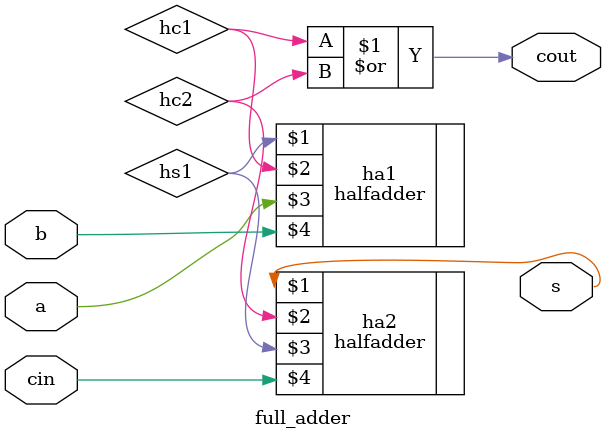
<source format=v>
module full_adder(s, cout, a, b, cin);

  input a, b, cin;
  output s, cout;
  wire hs1, hc1, hc2;

  halfadder ha1(hs1, hc1, a, b);
  halfadder ha2(s, hc2, hs1, cin);
  or o1(cout, hc1, hc2);

endmodule

</source>
